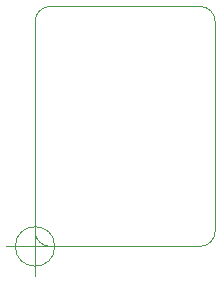
<source format=gm1>
%TF.GenerationSoftware,KiCad,Pcbnew,5.1.4*%
%TF.CreationDate,2019-09-29T12:18:45+02:00*%
%TF.ProjectId,m5stickc-dallas-hat-pcb,6d357374-6963-46b6-932d-64616c6c6173,rev?*%
%TF.SameCoordinates,PX8eeaea0PY695f190*%
%TF.FileFunction,Profile,NP*%
%FSLAX46Y46*%
G04 Gerber Fmt 4.6, Leading zero omitted, Abs format (unit mm)*
G04 Created by KiCad (PCBNEW 5.1.4) date 2019-09-29 12:18:45*
%MOMM*%
%LPD*%
G04 APERTURE LIST*
%ADD10C,0.050000*%
G04 APERTURE END LIST*
D10*
X1666666Y0D02*
G75*
G03X1666666Y0I-1666666J0D01*
G01*
X-2500000Y0D02*
X2500000Y0D01*
X0Y2500000D02*
X0Y-2500000D01*
X1270000Y0D02*
G75*
G02X0Y1270000I0J1270000D01*
G01*
X15240000Y1270000D02*
G75*
G02X13970000Y0I-1270000J0D01*
G01*
X13970000Y20320000D02*
G75*
G02X15240000Y19050000I0J-1270000D01*
G01*
X0Y19050000D02*
G75*
G02X1270000Y20320000I1270000J0D01*
G01*
X0Y19050000D02*
X0Y1270000D01*
X15240000Y1270000D02*
X15240000Y19050000D01*
X13970000Y0D02*
X1270000Y0D01*
X13970000Y20320000D02*
X1270000Y20320000D01*
M02*

</source>
